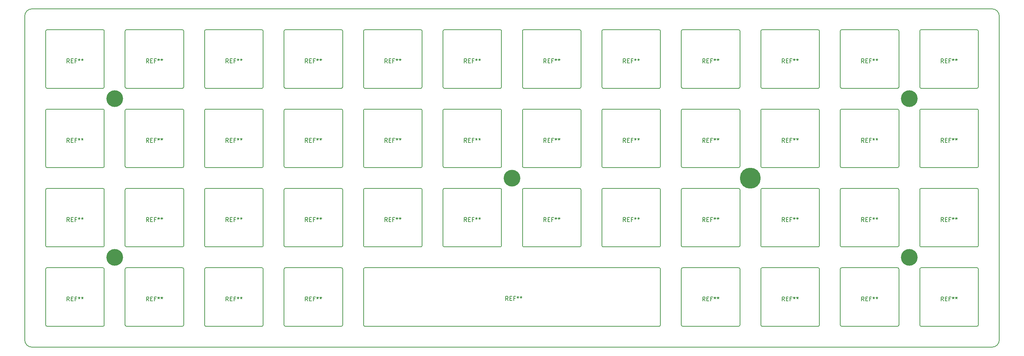
<source format=gbl>
G04 #@! TF.GenerationSoftware,KiCad,Pcbnew,5.0.1*
G04 #@! TF.CreationDate,2019-02-20T22:16:41-03:00*
G04 #@! TF.ProjectId,universal,756E6976657273616C2E6B696361645F,V3.0.7*
G04 #@! TF.SameCoordinates,Original*
G04 #@! TF.FileFunction,Copper,L2,Bot,Signal*
G04 #@! TF.FilePolarity,Positive*
%FSLAX46Y46*%
G04 Gerber Fmt 4.6, Leading zero omitted, Abs format (unit mm)*
G04 Created by KiCad (PCBNEW 5.0.1) date Wed 20 Feb 2019 10:16:41 PM -03*
%MOMM*%
%LPD*%
G01*
G04 APERTURE LIST*
G04 #@! TA.AperFunction,NonConductor*
%ADD10C,0.150000*%
G04 #@! TD*
%ADD11C,0.150000*%
G04 #@! TA.AperFunction,EtchedComponent*
%ADD12C,0.150000*%
G04 #@! TD*
G04 #@! TA.AperFunction,ViaPad*
%ADD13C,4.000000*%
G04 #@! TD*
G04 #@! TA.AperFunction,ViaPad*
%ADD14C,5.000000*%
G04 #@! TD*
G04 APERTURE END LIST*
D10*
X31939170Y-64000682D02*
G75*
G02X33720426Y-62219426I1781256J0D01*
G01*
X31939170Y-64000682D02*
X31939170Y-141485318D01*
X33720426Y-143266574D02*
G75*
G02X31939170Y-141485318I0J1781256D01*
G01*
X264986830Y-141485318D02*
X264986830Y-64000682D01*
X264986830Y-141485318D02*
G75*
G02X263205574Y-143266574I-1781256J0D01*
G01*
X263205574Y-62219426D02*
G75*
G02X264986830Y-64000682I0J-1781256D01*
G01*
X33720426Y-143266574D02*
X263205574Y-143266574D01*
X33720426Y-62219426D02*
X263205574Y-62219426D01*
G04 #@! TO.C,REF\002A\002A*
D11*
X232629666Y-132195380D02*
X232296333Y-131719190D01*
X232058238Y-132195380D02*
X232058238Y-131195380D01*
X232439190Y-131195380D01*
X232534428Y-131243000D01*
X232582047Y-131290619D01*
X232629666Y-131385857D01*
X232629666Y-131528714D01*
X232582047Y-131623952D01*
X232534428Y-131671571D01*
X232439190Y-131719190D01*
X232058238Y-131719190D01*
X233058238Y-131671571D02*
X233391571Y-131671571D01*
X233534428Y-132195380D02*
X233058238Y-132195380D01*
X233058238Y-131195380D01*
X233534428Y-131195380D01*
X234296333Y-131671571D02*
X233963000Y-131671571D01*
X233963000Y-132195380D02*
X233963000Y-131195380D01*
X234439190Y-131195380D01*
X234963000Y-131195380D02*
X234963000Y-131433476D01*
X234724904Y-131338238D02*
X234963000Y-131433476D01*
X235201095Y-131338238D01*
X234820142Y-131623952D02*
X234963000Y-131433476D01*
X235105857Y-131623952D01*
X235724904Y-131195380D02*
X235724904Y-131433476D01*
X235486809Y-131338238D02*
X235724904Y-131433476D01*
X235963000Y-131338238D01*
X235582047Y-131623952D02*
X235724904Y-131433476D01*
X235867761Y-131623952D01*
X232629666Y-113195380D02*
X232296333Y-112719190D01*
X232058238Y-113195380D02*
X232058238Y-112195380D01*
X232439190Y-112195380D01*
X232534428Y-112243000D01*
X232582047Y-112290619D01*
X232629666Y-112385857D01*
X232629666Y-112528714D01*
X232582047Y-112623952D01*
X232534428Y-112671571D01*
X232439190Y-112719190D01*
X232058238Y-112719190D01*
X233058238Y-112671571D02*
X233391571Y-112671571D01*
X233534428Y-113195380D02*
X233058238Y-113195380D01*
X233058238Y-112195380D01*
X233534428Y-112195380D01*
X234296333Y-112671571D02*
X233963000Y-112671571D01*
X233963000Y-113195380D02*
X233963000Y-112195380D01*
X234439190Y-112195380D01*
X234963000Y-112195380D02*
X234963000Y-112433476D01*
X234724904Y-112338238D02*
X234963000Y-112433476D01*
X235201095Y-112338238D01*
X234820142Y-112623952D02*
X234963000Y-112433476D01*
X235105857Y-112623952D01*
X235724904Y-112195380D02*
X235724904Y-112433476D01*
X235486809Y-112338238D02*
X235724904Y-112433476D01*
X235963000Y-112338238D01*
X235582047Y-112623952D02*
X235724904Y-112433476D01*
X235867761Y-112623952D01*
X232629666Y-75195380D02*
X232296333Y-74719190D01*
X232058238Y-75195380D02*
X232058238Y-74195380D01*
X232439190Y-74195380D01*
X232534428Y-74243000D01*
X232582047Y-74290619D01*
X232629666Y-74385857D01*
X232629666Y-74528714D01*
X232582047Y-74623952D01*
X232534428Y-74671571D01*
X232439190Y-74719190D01*
X232058238Y-74719190D01*
X233058238Y-74671571D02*
X233391571Y-74671571D01*
X233534428Y-75195380D02*
X233058238Y-75195380D01*
X233058238Y-74195380D01*
X233534428Y-74195380D01*
X234296333Y-74671571D02*
X233963000Y-74671571D01*
X233963000Y-75195380D02*
X233963000Y-74195380D01*
X234439190Y-74195380D01*
X234963000Y-74195380D02*
X234963000Y-74433476D01*
X234724904Y-74338238D02*
X234963000Y-74433476D01*
X235201095Y-74338238D01*
X234820142Y-74623952D02*
X234963000Y-74433476D01*
X235105857Y-74623952D01*
X235724904Y-74195380D02*
X235724904Y-74433476D01*
X235486809Y-74338238D02*
X235724904Y-74433476D01*
X235963000Y-74338238D01*
X235582047Y-74623952D02*
X235724904Y-74433476D01*
X235867761Y-74623952D01*
X80629666Y-132195380D02*
X80296333Y-131719190D01*
X80058238Y-132195380D02*
X80058238Y-131195380D01*
X80439190Y-131195380D01*
X80534428Y-131243000D01*
X80582047Y-131290619D01*
X80629666Y-131385857D01*
X80629666Y-131528714D01*
X80582047Y-131623952D01*
X80534428Y-131671571D01*
X80439190Y-131719190D01*
X80058238Y-131719190D01*
X81058238Y-131671571D02*
X81391571Y-131671571D01*
X81534428Y-132195380D02*
X81058238Y-132195380D01*
X81058238Y-131195380D01*
X81534428Y-131195380D01*
X82296333Y-131671571D02*
X81963000Y-131671571D01*
X81963000Y-132195380D02*
X81963000Y-131195380D01*
X82439190Y-131195380D01*
X82963000Y-131195380D02*
X82963000Y-131433476D01*
X82724904Y-131338238D02*
X82963000Y-131433476D01*
X83201095Y-131338238D01*
X82820142Y-131623952D02*
X82963000Y-131433476D01*
X83105857Y-131623952D01*
X83724904Y-131195380D02*
X83724904Y-131433476D01*
X83486809Y-131338238D02*
X83724904Y-131433476D01*
X83963000Y-131338238D01*
X83582047Y-131623952D02*
X83724904Y-131433476D01*
X83867761Y-131623952D01*
X251629666Y-132195380D02*
X251296333Y-131719190D01*
X251058238Y-132195380D02*
X251058238Y-131195380D01*
X251439190Y-131195380D01*
X251534428Y-131243000D01*
X251582047Y-131290619D01*
X251629666Y-131385857D01*
X251629666Y-131528714D01*
X251582047Y-131623952D01*
X251534428Y-131671571D01*
X251439190Y-131719190D01*
X251058238Y-131719190D01*
X252058238Y-131671571D02*
X252391571Y-131671571D01*
X252534428Y-132195380D02*
X252058238Y-132195380D01*
X252058238Y-131195380D01*
X252534428Y-131195380D01*
X253296333Y-131671571D02*
X252963000Y-131671571D01*
X252963000Y-132195380D02*
X252963000Y-131195380D01*
X253439190Y-131195380D01*
X253963000Y-131195380D02*
X253963000Y-131433476D01*
X253724904Y-131338238D02*
X253963000Y-131433476D01*
X254201095Y-131338238D01*
X253820142Y-131623952D02*
X253963000Y-131433476D01*
X254105857Y-131623952D01*
X254724904Y-131195380D02*
X254724904Y-131433476D01*
X254486809Y-131338238D02*
X254724904Y-131433476D01*
X254963000Y-131338238D01*
X254582047Y-131623952D02*
X254724904Y-131433476D01*
X254867761Y-131623952D01*
X194629666Y-132195380D02*
X194296333Y-131719190D01*
X194058238Y-132195380D02*
X194058238Y-131195380D01*
X194439190Y-131195380D01*
X194534428Y-131243000D01*
X194582047Y-131290619D01*
X194629666Y-131385857D01*
X194629666Y-131528714D01*
X194582047Y-131623952D01*
X194534428Y-131671571D01*
X194439190Y-131719190D01*
X194058238Y-131719190D01*
X195058238Y-131671571D02*
X195391571Y-131671571D01*
X195534428Y-132195380D02*
X195058238Y-132195380D01*
X195058238Y-131195380D01*
X195534428Y-131195380D01*
X196296333Y-131671571D02*
X195963000Y-131671571D01*
X195963000Y-132195380D02*
X195963000Y-131195380D01*
X196439190Y-131195380D01*
X196963000Y-131195380D02*
X196963000Y-131433476D01*
X196724904Y-131338238D02*
X196963000Y-131433476D01*
X197201095Y-131338238D01*
X196820142Y-131623952D02*
X196963000Y-131433476D01*
X197105857Y-131623952D01*
X197724904Y-131195380D02*
X197724904Y-131433476D01*
X197486809Y-131338238D02*
X197724904Y-131433476D01*
X197963000Y-131338238D01*
X197582047Y-131623952D02*
X197724904Y-131433476D01*
X197867761Y-131623952D01*
X99629666Y-132195380D02*
X99296333Y-131719190D01*
X99058238Y-132195380D02*
X99058238Y-131195380D01*
X99439190Y-131195380D01*
X99534428Y-131243000D01*
X99582047Y-131290619D01*
X99629666Y-131385857D01*
X99629666Y-131528714D01*
X99582047Y-131623952D01*
X99534428Y-131671571D01*
X99439190Y-131719190D01*
X99058238Y-131719190D01*
X100058238Y-131671571D02*
X100391571Y-131671571D01*
X100534428Y-132195380D02*
X100058238Y-132195380D01*
X100058238Y-131195380D01*
X100534428Y-131195380D01*
X101296333Y-131671571D02*
X100963000Y-131671571D01*
X100963000Y-132195380D02*
X100963000Y-131195380D01*
X101439190Y-131195380D01*
X101963000Y-131195380D02*
X101963000Y-131433476D01*
X101724904Y-131338238D02*
X101963000Y-131433476D01*
X102201095Y-131338238D01*
X101820142Y-131623952D02*
X101963000Y-131433476D01*
X102105857Y-131623952D01*
X102724904Y-131195380D02*
X102724904Y-131433476D01*
X102486809Y-131338238D02*
X102724904Y-131433476D01*
X102963000Y-131338238D01*
X102582047Y-131623952D02*
X102724904Y-131433476D01*
X102867761Y-131623952D01*
X213629666Y-132195380D02*
X213296333Y-131719190D01*
X213058238Y-132195380D02*
X213058238Y-131195380D01*
X213439190Y-131195380D01*
X213534428Y-131243000D01*
X213582047Y-131290619D01*
X213629666Y-131385857D01*
X213629666Y-131528714D01*
X213582047Y-131623952D01*
X213534428Y-131671571D01*
X213439190Y-131719190D01*
X213058238Y-131719190D01*
X214058238Y-131671571D02*
X214391571Y-131671571D01*
X214534428Y-132195380D02*
X214058238Y-132195380D01*
X214058238Y-131195380D01*
X214534428Y-131195380D01*
X215296333Y-131671571D02*
X214963000Y-131671571D01*
X214963000Y-132195380D02*
X214963000Y-131195380D01*
X215439190Y-131195380D01*
X215963000Y-131195380D02*
X215963000Y-131433476D01*
X215724904Y-131338238D02*
X215963000Y-131433476D01*
X216201095Y-131338238D01*
X215820142Y-131623952D02*
X215963000Y-131433476D01*
X216105857Y-131623952D01*
X216724904Y-131195380D02*
X216724904Y-131433476D01*
X216486809Y-131338238D02*
X216724904Y-131433476D01*
X216963000Y-131338238D01*
X216582047Y-131623952D02*
X216724904Y-131433476D01*
X216867761Y-131623952D01*
X61629666Y-132195380D02*
X61296333Y-131719190D01*
X61058238Y-132195380D02*
X61058238Y-131195380D01*
X61439190Y-131195380D01*
X61534428Y-131243000D01*
X61582047Y-131290619D01*
X61629666Y-131385857D01*
X61629666Y-131528714D01*
X61582047Y-131623952D01*
X61534428Y-131671571D01*
X61439190Y-131719190D01*
X61058238Y-131719190D01*
X62058238Y-131671571D02*
X62391571Y-131671571D01*
X62534428Y-132195380D02*
X62058238Y-132195380D01*
X62058238Y-131195380D01*
X62534428Y-131195380D01*
X63296333Y-131671571D02*
X62963000Y-131671571D01*
X62963000Y-132195380D02*
X62963000Y-131195380D01*
X63439190Y-131195380D01*
X63963000Y-131195380D02*
X63963000Y-131433476D01*
X63724904Y-131338238D02*
X63963000Y-131433476D01*
X64201095Y-131338238D01*
X63820142Y-131623952D02*
X63963000Y-131433476D01*
X64105857Y-131623952D01*
X64724904Y-131195380D02*
X64724904Y-131433476D01*
X64486809Y-131338238D02*
X64724904Y-131433476D01*
X64963000Y-131338238D01*
X64582047Y-131623952D02*
X64724904Y-131433476D01*
X64867761Y-131623952D01*
X42629666Y-132195380D02*
X42296333Y-131719190D01*
X42058238Y-132195380D02*
X42058238Y-131195380D01*
X42439190Y-131195380D01*
X42534428Y-131243000D01*
X42582047Y-131290619D01*
X42629666Y-131385857D01*
X42629666Y-131528714D01*
X42582047Y-131623952D01*
X42534428Y-131671571D01*
X42439190Y-131719190D01*
X42058238Y-131719190D01*
X43058238Y-131671571D02*
X43391571Y-131671571D01*
X43534428Y-132195380D02*
X43058238Y-132195380D01*
X43058238Y-131195380D01*
X43534428Y-131195380D01*
X44296333Y-131671571D02*
X43963000Y-131671571D01*
X43963000Y-132195380D02*
X43963000Y-131195380D01*
X44439190Y-131195380D01*
X44963000Y-131195380D02*
X44963000Y-131433476D01*
X44724904Y-131338238D02*
X44963000Y-131433476D01*
X45201095Y-131338238D01*
X44820142Y-131623952D02*
X44963000Y-131433476D01*
X45105857Y-131623952D01*
X45724904Y-131195380D02*
X45724904Y-131433476D01*
X45486809Y-131338238D02*
X45724904Y-131433476D01*
X45963000Y-131338238D01*
X45582047Y-131623952D02*
X45724904Y-131433476D01*
X45867761Y-131623952D01*
X194629666Y-113195380D02*
X194296333Y-112719190D01*
X194058238Y-113195380D02*
X194058238Y-112195380D01*
X194439190Y-112195380D01*
X194534428Y-112243000D01*
X194582047Y-112290619D01*
X194629666Y-112385857D01*
X194629666Y-112528714D01*
X194582047Y-112623952D01*
X194534428Y-112671571D01*
X194439190Y-112719190D01*
X194058238Y-112719190D01*
X195058238Y-112671571D02*
X195391571Y-112671571D01*
X195534428Y-113195380D02*
X195058238Y-113195380D01*
X195058238Y-112195380D01*
X195534428Y-112195380D01*
X196296333Y-112671571D02*
X195963000Y-112671571D01*
X195963000Y-113195380D02*
X195963000Y-112195380D01*
X196439190Y-112195380D01*
X196963000Y-112195380D02*
X196963000Y-112433476D01*
X196724904Y-112338238D02*
X196963000Y-112433476D01*
X197201095Y-112338238D01*
X196820142Y-112623952D02*
X196963000Y-112433476D01*
X197105857Y-112623952D01*
X197724904Y-112195380D02*
X197724904Y-112433476D01*
X197486809Y-112338238D02*
X197724904Y-112433476D01*
X197963000Y-112338238D01*
X197582047Y-112623952D02*
X197724904Y-112433476D01*
X197867761Y-112623952D01*
X251629666Y-113195380D02*
X251296333Y-112719190D01*
X251058238Y-113195380D02*
X251058238Y-112195380D01*
X251439190Y-112195380D01*
X251534428Y-112243000D01*
X251582047Y-112290619D01*
X251629666Y-112385857D01*
X251629666Y-112528714D01*
X251582047Y-112623952D01*
X251534428Y-112671571D01*
X251439190Y-112719190D01*
X251058238Y-112719190D01*
X252058238Y-112671571D02*
X252391571Y-112671571D01*
X252534428Y-113195380D02*
X252058238Y-113195380D01*
X252058238Y-112195380D01*
X252534428Y-112195380D01*
X253296333Y-112671571D02*
X252963000Y-112671571D01*
X252963000Y-113195380D02*
X252963000Y-112195380D01*
X253439190Y-112195380D01*
X253963000Y-112195380D02*
X253963000Y-112433476D01*
X253724904Y-112338238D02*
X253963000Y-112433476D01*
X254201095Y-112338238D01*
X253820142Y-112623952D02*
X253963000Y-112433476D01*
X254105857Y-112623952D01*
X254724904Y-112195380D02*
X254724904Y-112433476D01*
X254486809Y-112338238D02*
X254724904Y-112433476D01*
X254963000Y-112338238D01*
X254582047Y-112623952D02*
X254724904Y-112433476D01*
X254867761Y-112623952D01*
X80629666Y-113195380D02*
X80296333Y-112719190D01*
X80058238Y-113195380D02*
X80058238Y-112195380D01*
X80439190Y-112195380D01*
X80534428Y-112243000D01*
X80582047Y-112290619D01*
X80629666Y-112385857D01*
X80629666Y-112528714D01*
X80582047Y-112623952D01*
X80534428Y-112671571D01*
X80439190Y-112719190D01*
X80058238Y-112719190D01*
X81058238Y-112671571D02*
X81391571Y-112671571D01*
X81534428Y-113195380D02*
X81058238Y-113195380D01*
X81058238Y-112195380D01*
X81534428Y-112195380D01*
X82296333Y-112671571D02*
X81963000Y-112671571D01*
X81963000Y-113195380D02*
X81963000Y-112195380D01*
X82439190Y-112195380D01*
X82963000Y-112195380D02*
X82963000Y-112433476D01*
X82724904Y-112338238D02*
X82963000Y-112433476D01*
X83201095Y-112338238D01*
X82820142Y-112623952D02*
X82963000Y-112433476D01*
X83105857Y-112623952D01*
X83724904Y-112195380D02*
X83724904Y-112433476D01*
X83486809Y-112338238D02*
X83724904Y-112433476D01*
X83963000Y-112338238D01*
X83582047Y-112623952D02*
X83724904Y-112433476D01*
X83867761Y-112623952D01*
X175629666Y-113195380D02*
X175296333Y-112719190D01*
X175058238Y-113195380D02*
X175058238Y-112195380D01*
X175439190Y-112195380D01*
X175534428Y-112243000D01*
X175582047Y-112290619D01*
X175629666Y-112385857D01*
X175629666Y-112528714D01*
X175582047Y-112623952D01*
X175534428Y-112671571D01*
X175439190Y-112719190D01*
X175058238Y-112719190D01*
X176058238Y-112671571D02*
X176391571Y-112671571D01*
X176534428Y-113195380D02*
X176058238Y-113195380D01*
X176058238Y-112195380D01*
X176534428Y-112195380D01*
X177296333Y-112671571D02*
X176963000Y-112671571D01*
X176963000Y-113195380D02*
X176963000Y-112195380D01*
X177439190Y-112195380D01*
X177963000Y-112195380D02*
X177963000Y-112433476D01*
X177724904Y-112338238D02*
X177963000Y-112433476D01*
X178201095Y-112338238D01*
X177820142Y-112623952D02*
X177963000Y-112433476D01*
X178105857Y-112623952D01*
X178724904Y-112195380D02*
X178724904Y-112433476D01*
X178486809Y-112338238D02*
X178724904Y-112433476D01*
X178963000Y-112338238D01*
X178582047Y-112623952D02*
X178724904Y-112433476D01*
X178867761Y-112623952D01*
X61629666Y-113195380D02*
X61296333Y-112719190D01*
X61058238Y-113195380D02*
X61058238Y-112195380D01*
X61439190Y-112195380D01*
X61534428Y-112243000D01*
X61582047Y-112290619D01*
X61629666Y-112385857D01*
X61629666Y-112528714D01*
X61582047Y-112623952D01*
X61534428Y-112671571D01*
X61439190Y-112719190D01*
X61058238Y-112719190D01*
X62058238Y-112671571D02*
X62391571Y-112671571D01*
X62534428Y-113195380D02*
X62058238Y-113195380D01*
X62058238Y-112195380D01*
X62534428Y-112195380D01*
X63296333Y-112671571D02*
X62963000Y-112671571D01*
X62963000Y-113195380D02*
X62963000Y-112195380D01*
X63439190Y-112195380D01*
X63963000Y-112195380D02*
X63963000Y-112433476D01*
X63724904Y-112338238D02*
X63963000Y-112433476D01*
X64201095Y-112338238D01*
X63820142Y-112623952D02*
X63963000Y-112433476D01*
X64105857Y-112623952D01*
X64724904Y-112195380D02*
X64724904Y-112433476D01*
X64486809Y-112338238D02*
X64724904Y-112433476D01*
X64963000Y-112338238D01*
X64582047Y-112623952D02*
X64724904Y-112433476D01*
X64867761Y-112623952D01*
X42629666Y-113195380D02*
X42296333Y-112719190D01*
X42058238Y-113195380D02*
X42058238Y-112195380D01*
X42439190Y-112195380D01*
X42534428Y-112243000D01*
X42582047Y-112290619D01*
X42629666Y-112385857D01*
X42629666Y-112528714D01*
X42582047Y-112623952D01*
X42534428Y-112671571D01*
X42439190Y-112719190D01*
X42058238Y-112719190D01*
X43058238Y-112671571D02*
X43391571Y-112671571D01*
X43534428Y-113195380D02*
X43058238Y-113195380D01*
X43058238Y-112195380D01*
X43534428Y-112195380D01*
X44296333Y-112671571D02*
X43963000Y-112671571D01*
X43963000Y-113195380D02*
X43963000Y-112195380D01*
X44439190Y-112195380D01*
X44963000Y-112195380D02*
X44963000Y-112433476D01*
X44724904Y-112338238D02*
X44963000Y-112433476D01*
X45201095Y-112338238D01*
X44820142Y-112623952D02*
X44963000Y-112433476D01*
X45105857Y-112623952D01*
X45724904Y-112195380D02*
X45724904Y-112433476D01*
X45486809Y-112338238D02*
X45724904Y-112433476D01*
X45963000Y-112338238D01*
X45582047Y-112623952D02*
X45724904Y-112433476D01*
X45867761Y-112623952D01*
X137629666Y-113195380D02*
X137296333Y-112719190D01*
X137058238Y-113195380D02*
X137058238Y-112195380D01*
X137439190Y-112195380D01*
X137534428Y-112243000D01*
X137582047Y-112290619D01*
X137629666Y-112385857D01*
X137629666Y-112528714D01*
X137582047Y-112623952D01*
X137534428Y-112671571D01*
X137439190Y-112719190D01*
X137058238Y-112719190D01*
X138058238Y-112671571D02*
X138391571Y-112671571D01*
X138534428Y-113195380D02*
X138058238Y-113195380D01*
X138058238Y-112195380D01*
X138534428Y-112195380D01*
X139296333Y-112671571D02*
X138963000Y-112671571D01*
X138963000Y-113195380D02*
X138963000Y-112195380D01*
X139439190Y-112195380D01*
X139963000Y-112195380D02*
X139963000Y-112433476D01*
X139724904Y-112338238D02*
X139963000Y-112433476D01*
X140201095Y-112338238D01*
X139820142Y-112623952D02*
X139963000Y-112433476D01*
X140105857Y-112623952D01*
X140724904Y-112195380D02*
X140724904Y-112433476D01*
X140486809Y-112338238D02*
X140724904Y-112433476D01*
X140963000Y-112338238D01*
X140582047Y-112623952D02*
X140724904Y-112433476D01*
X140867761Y-112623952D01*
X156629666Y-113195380D02*
X156296333Y-112719190D01*
X156058238Y-113195380D02*
X156058238Y-112195380D01*
X156439190Y-112195380D01*
X156534428Y-112243000D01*
X156582047Y-112290619D01*
X156629666Y-112385857D01*
X156629666Y-112528714D01*
X156582047Y-112623952D01*
X156534428Y-112671571D01*
X156439190Y-112719190D01*
X156058238Y-112719190D01*
X157058238Y-112671571D02*
X157391571Y-112671571D01*
X157534428Y-113195380D02*
X157058238Y-113195380D01*
X157058238Y-112195380D01*
X157534428Y-112195380D01*
X158296333Y-112671571D02*
X157963000Y-112671571D01*
X157963000Y-113195380D02*
X157963000Y-112195380D01*
X158439190Y-112195380D01*
X158963000Y-112195380D02*
X158963000Y-112433476D01*
X158724904Y-112338238D02*
X158963000Y-112433476D01*
X159201095Y-112338238D01*
X158820142Y-112623952D02*
X158963000Y-112433476D01*
X159105857Y-112623952D01*
X159724904Y-112195380D02*
X159724904Y-112433476D01*
X159486809Y-112338238D02*
X159724904Y-112433476D01*
X159963000Y-112338238D01*
X159582047Y-112623952D02*
X159724904Y-112433476D01*
X159867761Y-112623952D01*
X99629666Y-113195380D02*
X99296333Y-112719190D01*
X99058238Y-113195380D02*
X99058238Y-112195380D01*
X99439190Y-112195380D01*
X99534428Y-112243000D01*
X99582047Y-112290619D01*
X99629666Y-112385857D01*
X99629666Y-112528714D01*
X99582047Y-112623952D01*
X99534428Y-112671571D01*
X99439190Y-112719190D01*
X99058238Y-112719190D01*
X100058238Y-112671571D02*
X100391571Y-112671571D01*
X100534428Y-113195380D02*
X100058238Y-113195380D01*
X100058238Y-112195380D01*
X100534428Y-112195380D01*
X101296333Y-112671571D02*
X100963000Y-112671571D01*
X100963000Y-113195380D02*
X100963000Y-112195380D01*
X101439190Y-112195380D01*
X101963000Y-112195380D02*
X101963000Y-112433476D01*
X101724904Y-112338238D02*
X101963000Y-112433476D01*
X102201095Y-112338238D01*
X101820142Y-112623952D02*
X101963000Y-112433476D01*
X102105857Y-112623952D01*
X102724904Y-112195380D02*
X102724904Y-112433476D01*
X102486809Y-112338238D02*
X102724904Y-112433476D01*
X102963000Y-112338238D01*
X102582047Y-112623952D02*
X102724904Y-112433476D01*
X102867761Y-112623952D01*
X213629666Y-113195380D02*
X213296333Y-112719190D01*
X213058238Y-113195380D02*
X213058238Y-112195380D01*
X213439190Y-112195380D01*
X213534428Y-112243000D01*
X213582047Y-112290619D01*
X213629666Y-112385857D01*
X213629666Y-112528714D01*
X213582047Y-112623952D01*
X213534428Y-112671571D01*
X213439190Y-112719190D01*
X213058238Y-112719190D01*
X214058238Y-112671571D02*
X214391571Y-112671571D01*
X214534428Y-113195380D02*
X214058238Y-113195380D01*
X214058238Y-112195380D01*
X214534428Y-112195380D01*
X215296333Y-112671571D02*
X214963000Y-112671571D01*
X214963000Y-113195380D02*
X214963000Y-112195380D01*
X215439190Y-112195380D01*
X215963000Y-112195380D02*
X215963000Y-112433476D01*
X215724904Y-112338238D02*
X215963000Y-112433476D01*
X216201095Y-112338238D01*
X215820142Y-112623952D02*
X215963000Y-112433476D01*
X216105857Y-112623952D01*
X216724904Y-112195380D02*
X216724904Y-112433476D01*
X216486809Y-112338238D02*
X216724904Y-112433476D01*
X216963000Y-112338238D01*
X216582047Y-112623952D02*
X216724904Y-112433476D01*
X216867761Y-112623952D01*
X118629666Y-113195380D02*
X118296333Y-112719190D01*
X118058238Y-113195380D02*
X118058238Y-112195380D01*
X118439190Y-112195380D01*
X118534428Y-112243000D01*
X118582047Y-112290619D01*
X118629666Y-112385857D01*
X118629666Y-112528714D01*
X118582047Y-112623952D01*
X118534428Y-112671571D01*
X118439190Y-112719190D01*
X118058238Y-112719190D01*
X119058238Y-112671571D02*
X119391571Y-112671571D01*
X119534428Y-113195380D02*
X119058238Y-113195380D01*
X119058238Y-112195380D01*
X119534428Y-112195380D01*
X120296333Y-112671571D02*
X119963000Y-112671571D01*
X119963000Y-113195380D02*
X119963000Y-112195380D01*
X120439190Y-112195380D01*
X120963000Y-112195380D02*
X120963000Y-112433476D01*
X120724904Y-112338238D02*
X120963000Y-112433476D01*
X121201095Y-112338238D01*
X120820142Y-112623952D02*
X120963000Y-112433476D01*
X121105857Y-112623952D01*
X121724904Y-112195380D02*
X121724904Y-112433476D01*
X121486809Y-112338238D02*
X121724904Y-112433476D01*
X121963000Y-112338238D01*
X121582047Y-112623952D02*
X121724904Y-112433476D01*
X121867761Y-112623952D01*
X118629666Y-75195380D02*
X118296333Y-74719190D01*
X118058238Y-75195380D02*
X118058238Y-74195380D01*
X118439190Y-74195380D01*
X118534428Y-74243000D01*
X118582047Y-74290619D01*
X118629666Y-74385857D01*
X118629666Y-74528714D01*
X118582047Y-74623952D01*
X118534428Y-74671571D01*
X118439190Y-74719190D01*
X118058238Y-74719190D01*
X119058238Y-74671571D02*
X119391571Y-74671571D01*
X119534428Y-75195380D02*
X119058238Y-75195380D01*
X119058238Y-74195380D01*
X119534428Y-74195380D01*
X120296333Y-74671571D02*
X119963000Y-74671571D01*
X119963000Y-75195380D02*
X119963000Y-74195380D01*
X120439190Y-74195380D01*
X120963000Y-74195380D02*
X120963000Y-74433476D01*
X120724904Y-74338238D02*
X120963000Y-74433476D01*
X121201095Y-74338238D01*
X120820142Y-74623952D02*
X120963000Y-74433476D01*
X121105857Y-74623952D01*
X121724904Y-74195380D02*
X121724904Y-74433476D01*
X121486809Y-74338238D02*
X121724904Y-74433476D01*
X121963000Y-74338238D01*
X121582047Y-74623952D02*
X121724904Y-74433476D01*
X121867761Y-74623952D01*
X156629666Y-75195380D02*
X156296333Y-74719190D01*
X156058238Y-75195380D02*
X156058238Y-74195380D01*
X156439190Y-74195380D01*
X156534428Y-74243000D01*
X156582047Y-74290619D01*
X156629666Y-74385857D01*
X156629666Y-74528714D01*
X156582047Y-74623952D01*
X156534428Y-74671571D01*
X156439190Y-74719190D01*
X156058238Y-74719190D01*
X157058238Y-74671571D02*
X157391571Y-74671571D01*
X157534428Y-75195380D02*
X157058238Y-75195380D01*
X157058238Y-74195380D01*
X157534428Y-74195380D01*
X158296333Y-74671571D02*
X157963000Y-74671571D01*
X157963000Y-75195380D02*
X157963000Y-74195380D01*
X158439190Y-74195380D01*
X158963000Y-74195380D02*
X158963000Y-74433476D01*
X158724904Y-74338238D02*
X158963000Y-74433476D01*
X159201095Y-74338238D01*
X158820142Y-74623952D02*
X158963000Y-74433476D01*
X159105857Y-74623952D01*
X159724904Y-74195380D02*
X159724904Y-74433476D01*
X159486809Y-74338238D02*
X159724904Y-74433476D01*
X159963000Y-74338238D01*
X159582047Y-74623952D02*
X159724904Y-74433476D01*
X159867761Y-74623952D01*
X137629666Y-75195380D02*
X137296333Y-74719190D01*
X137058238Y-75195380D02*
X137058238Y-74195380D01*
X137439190Y-74195380D01*
X137534428Y-74243000D01*
X137582047Y-74290619D01*
X137629666Y-74385857D01*
X137629666Y-74528714D01*
X137582047Y-74623952D01*
X137534428Y-74671571D01*
X137439190Y-74719190D01*
X137058238Y-74719190D01*
X138058238Y-74671571D02*
X138391571Y-74671571D01*
X138534428Y-75195380D02*
X138058238Y-75195380D01*
X138058238Y-74195380D01*
X138534428Y-74195380D01*
X139296333Y-74671571D02*
X138963000Y-74671571D01*
X138963000Y-75195380D02*
X138963000Y-74195380D01*
X139439190Y-74195380D01*
X139963000Y-74195380D02*
X139963000Y-74433476D01*
X139724904Y-74338238D02*
X139963000Y-74433476D01*
X140201095Y-74338238D01*
X139820142Y-74623952D02*
X139963000Y-74433476D01*
X140105857Y-74623952D01*
X140724904Y-74195380D02*
X140724904Y-74433476D01*
X140486809Y-74338238D02*
X140724904Y-74433476D01*
X140963000Y-74338238D01*
X140582047Y-74623952D02*
X140724904Y-74433476D01*
X140867761Y-74623952D01*
X99629666Y-75195380D02*
X99296333Y-74719190D01*
X99058238Y-75195380D02*
X99058238Y-74195380D01*
X99439190Y-74195380D01*
X99534428Y-74243000D01*
X99582047Y-74290619D01*
X99629666Y-74385857D01*
X99629666Y-74528714D01*
X99582047Y-74623952D01*
X99534428Y-74671571D01*
X99439190Y-74719190D01*
X99058238Y-74719190D01*
X100058238Y-74671571D02*
X100391571Y-74671571D01*
X100534428Y-75195380D02*
X100058238Y-75195380D01*
X100058238Y-74195380D01*
X100534428Y-74195380D01*
X101296333Y-74671571D02*
X100963000Y-74671571D01*
X100963000Y-75195380D02*
X100963000Y-74195380D01*
X101439190Y-74195380D01*
X101963000Y-74195380D02*
X101963000Y-74433476D01*
X101724904Y-74338238D02*
X101963000Y-74433476D01*
X102201095Y-74338238D01*
X101820142Y-74623952D02*
X101963000Y-74433476D01*
X102105857Y-74623952D01*
X102724904Y-74195380D02*
X102724904Y-74433476D01*
X102486809Y-74338238D02*
X102724904Y-74433476D01*
X102963000Y-74338238D01*
X102582047Y-74623952D02*
X102724904Y-74433476D01*
X102867761Y-74623952D01*
X194629666Y-75195380D02*
X194296333Y-74719190D01*
X194058238Y-75195380D02*
X194058238Y-74195380D01*
X194439190Y-74195380D01*
X194534428Y-74243000D01*
X194582047Y-74290619D01*
X194629666Y-74385857D01*
X194629666Y-74528714D01*
X194582047Y-74623952D01*
X194534428Y-74671571D01*
X194439190Y-74719190D01*
X194058238Y-74719190D01*
X195058238Y-74671571D02*
X195391571Y-74671571D01*
X195534428Y-75195380D02*
X195058238Y-75195380D01*
X195058238Y-74195380D01*
X195534428Y-74195380D01*
X196296333Y-74671571D02*
X195963000Y-74671571D01*
X195963000Y-75195380D02*
X195963000Y-74195380D01*
X196439190Y-74195380D01*
X196963000Y-74195380D02*
X196963000Y-74433476D01*
X196724904Y-74338238D02*
X196963000Y-74433476D01*
X197201095Y-74338238D01*
X196820142Y-74623952D02*
X196963000Y-74433476D01*
X197105857Y-74623952D01*
X197724904Y-74195380D02*
X197724904Y-74433476D01*
X197486809Y-74338238D02*
X197724904Y-74433476D01*
X197963000Y-74338238D01*
X197582047Y-74623952D02*
X197724904Y-74433476D01*
X197867761Y-74623952D01*
X175629666Y-75195380D02*
X175296333Y-74719190D01*
X175058238Y-75195380D02*
X175058238Y-74195380D01*
X175439190Y-74195380D01*
X175534428Y-74243000D01*
X175582047Y-74290619D01*
X175629666Y-74385857D01*
X175629666Y-74528714D01*
X175582047Y-74623952D01*
X175534428Y-74671571D01*
X175439190Y-74719190D01*
X175058238Y-74719190D01*
X176058238Y-74671571D02*
X176391571Y-74671571D01*
X176534428Y-75195380D02*
X176058238Y-75195380D01*
X176058238Y-74195380D01*
X176534428Y-74195380D01*
X177296333Y-74671571D02*
X176963000Y-74671571D01*
X176963000Y-75195380D02*
X176963000Y-74195380D01*
X177439190Y-74195380D01*
X177963000Y-74195380D02*
X177963000Y-74433476D01*
X177724904Y-74338238D02*
X177963000Y-74433476D01*
X178201095Y-74338238D01*
X177820142Y-74623952D02*
X177963000Y-74433476D01*
X178105857Y-74623952D01*
X178724904Y-74195380D02*
X178724904Y-74433476D01*
X178486809Y-74338238D02*
X178724904Y-74433476D01*
X178963000Y-74338238D01*
X178582047Y-74623952D02*
X178724904Y-74433476D01*
X178867761Y-74623952D01*
X251629666Y-75195380D02*
X251296333Y-74719190D01*
X251058238Y-75195380D02*
X251058238Y-74195380D01*
X251439190Y-74195380D01*
X251534428Y-74243000D01*
X251582047Y-74290619D01*
X251629666Y-74385857D01*
X251629666Y-74528714D01*
X251582047Y-74623952D01*
X251534428Y-74671571D01*
X251439190Y-74719190D01*
X251058238Y-74719190D01*
X252058238Y-74671571D02*
X252391571Y-74671571D01*
X252534428Y-75195380D02*
X252058238Y-75195380D01*
X252058238Y-74195380D01*
X252534428Y-74195380D01*
X253296333Y-74671571D02*
X252963000Y-74671571D01*
X252963000Y-75195380D02*
X252963000Y-74195380D01*
X253439190Y-74195380D01*
X253963000Y-74195380D02*
X253963000Y-74433476D01*
X253724904Y-74338238D02*
X253963000Y-74433476D01*
X254201095Y-74338238D01*
X253820142Y-74623952D02*
X253963000Y-74433476D01*
X254105857Y-74623952D01*
X254724904Y-74195380D02*
X254724904Y-74433476D01*
X254486809Y-74338238D02*
X254724904Y-74433476D01*
X254963000Y-74338238D01*
X254582047Y-74623952D02*
X254724904Y-74433476D01*
X254867761Y-74623952D01*
X80629666Y-75195380D02*
X80296333Y-74719190D01*
X80058238Y-75195380D02*
X80058238Y-74195380D01*
X80439190Y-74195380D01*
X80534428Y-74243000D01*
X80582047Y-74290619D01*
X80629666Y-74385857D01*
X80629666Y-74528714D01*
X80582047Y-74623952D01*
X80534428Y-74671571D01*
X80439190Y-74719190D01*
X80058238Y-74719190D01*
X81058238Y-74671571D02*
X81391571Y-74671571D01*
X81534428Y-75195380D02*
X81058238Y-75195380D01*
X81058238Y-74195380D01*
X81534428Y-74195380D01*
X82296333Y-74671571D02*
X81963000Y-74671571D01*
X81963000Y-75195380D02*
X81963000Y-74195380D01*
X82439190Y-74195380D01*
X82963000Y-74195380D02*
X82963000Y-74433476D01*
X82724904Y-74338238D02*
X82963000Y-74433476D01*
X83201095Y-74338238D01*
X82820142Y-74623952D02*
X82963000Y-74433476D01*
X83105857Y-74623952D01*
X83724904Y-74195380D02*
X83724904Y-74433476D01*
X83486809Y-74338238D02*
X83724904Y-74433476D01*
X83963000Y-74338238D01*
X83582047Y-74623952D02*
X83724904Y-74433476D01*
X83867761Y-74623952D01*
X61629666Y-75195380D02*
X61296333Y-74719190D01*
X61058238Y-75195380D02*
X61058238Y-74195380D01*
X61439190Y-74195380D01*
X61534428Y-74243000D01*
X61582047Y-74290619D01*
X61629666Y-74385857D01*
X61629666Y-74528714D01*
X61582047Y-74623952D01*
X61534428Y-74671571D01*
X61439190Y-74719190D01*
X61058238Y-74719190D01*
X62058238Y-74671571D02*
X62391571Y-74671571D01*
X62534428Y-75195380D02*
X62058238Y-75195380D01*
X62058238Y-74195380D01*
X62534428Y-74195380D01*
X63296333Y-74671571D02*
X62963000Y-74671571D01*
X62963000Y-75195380D02*
X62963000Y-74195380D01*
X63439190Y-74195380D01*
X63963000Y-74195380D02*
X63963000Y-74433476D01*
X63724904Y-74338238D02*
X63963000Y-74433476D01*
X64201095Y-74338238D01*
X63820142Y-74623952D02*
X63963000Y-74433476D01*
X64105857Y-74623952D01*
X64724904Y-74195380D02*
X64724904Y-74433476D01*
X64486809Y-74338238D02*
X64724904Y-74433476D01*
X64963000Y-74338238D01*
X64582047Y-74623952D02*
X64724904Y-74433476D01*
X64867761Y-74623952D01*
X213629666Y-75195380D02*
X213296333Y-74719190D01*
X213058238Y-75195380D02*
X213058238Y-74195380D01*
X213439190Y-74195380D01*
X213534428Y-74243000D01*
X213582047Y-74290619D01*
X213629666Y-74385857D01*
X213629666Y-74528714D01*
X213582047Y-74623952D01*
X213534428Y-74671571D01*
X213439190Y-74719190D01*
X213058238Y-74719190D01*
X214058238Y-74671571D02*
X214391571Y-74671571D01*
X214534428Y-75195380D02*
X214058238Y-75195380D01*
X214058238Y-74195380D01*
X214534428Y-74195380D01*
X215296333Y-74671571D02*
X214963000Y-74671571D01*
X214963000Y-75195380D02*
X214963000Y-74195380D01*
X215439190Y-74195380D01*
X215963000Y-74195380D02*
X215963000Y-74433476D01*
X215724904Y-74338238D02*
X215963000Y-74433476D01*
X216201095Y-74338238D01*
X215820142Y-74623952D02*
X215963000Y-74433476D01*
X216105857Y-74623952D01*
X216724904Y-74195380D02*
X216724904Y-74433476D01*
X216486809Y-74338238D02*
X216724904Y-74433476D01*
X216963000Y-74338238D01*
X216582047Y-74623952D02*
X216724904Y-74433476D01*
X216867761Y-74623952D01*
X42629666Y-75195380D02*
X42296333Y-74719190D01*
X42058238Y-75195380D02*
X42058238Y-74195380D01*
X42439190Y-74195380D01*
X42534428Y-74243000D01*
X42582047Y-74290619D01*
X42629666Y-74385857D01*
X42629666Y-74528714D01*
X42582047Y-74623952D01*
X42534428Y-74671571D01*
X42439190Y-74719190D01*
X42058238Y-74719190D01*
X43058238Y-74671571D02*
X43391571Y-74671571D01*
X43534428Y-75195380D02*
X43058238Y-75195380D01*
X43058238Y-74195380D01*
X43534428Y-74195380D01*
X44296333Y-74671571D02*
X43963000Y-74671571D01*
X43963000Y-75195380D02*
X43963000Y-74195380D01*
X44439190Y-74195380D01*
X44963000Y-74195380D02*
X44963000Y-74433476D01*
X44724904Y-74338238D02*
X44963000Y-74433476D01*
X45201095Y-74338238D01*
X44820142Y-74623952D02*
X44963000Y-74433476D01*
X45105857Y-74623952D01*
X45724904Y-74195380D02*
X45724904Y-74433476D01*
X45486809Y-74338238D02*
X45724904Y-74433476D01*
X45963000Y-74338238D01*
X45582047Y-74623952D02*
X45724904Y-74433476D01*
X45867761Y-74623952D01*
X251629666Y-94195380D02*
X251296333Y-93719190D01*
X251058238Y-94195380D02*
X251058238Y-93195380D01*
X251439190Y-93195380D01*
X251534428Y-93243000D01*
X251582047Y-93290619D01*
X251629666Y-93385857D01*
X251629666Y-93528714D01*
X251582047Y-93623952D01*
X251534428Y-93671571D01*
X251439190Y-93719190D01*
X251058238Y-93719190D01*
X252058238Y-93671571D02*
X252391571Y-93671571D01*
X252534428Y-94195380D02*
X252058238Y-94195380D01*
X252058238Y-93195380D01*
X252534428Y-93195380D01*
X253296333Y-93671571D02*
X252963000Y-93671571D01*
X252963000Y-94195380D02*
X252963000Y-93195380D01*
X253439190Y-93195380D01*
X253963000Y-93195380D02*
X253963000Y-93433476D01*
X253724904Y-93338238D02*
X253963000Y-93433476D01*
X254201095Y-93338238D01*
X253820142Y-93623952D02*
X253963000Y-93433476D01*
X254105857Y-93623952D01*
X254724904Y-93195380D02*
X254724904Y-93433476D01*
X254486809Y-93338238D02*
X254724904Y-93433476D01*
X254963000Y-93338238D01*
X254582047Y-93623952D02*
X254724904Y-93433476D01*
X254867761Y-93623952D01*
X232629666Y-94195380D02*
X232296333Y-93719190D01*
X232058238Y-94195380D02*
X232058238Y-93195380D01*
X232439190Y-93195380D01*
X232534428Y-93243000D01*
X232582047Y-93290619D01*
X232629666Y-93385857D01*
X232629666Y-93528714D01*
X232582047Y-93623952D01*
X232534428Y-93671571D01*
X232439190Y-93719190D01*
X232058238Y-93719190D01*
X233058238Y-93671571D02*
X233391571Y-93671571D01*
X233534428Y-94195380D02*
X233058238Y-94195380D01*
X233058238Y-93195380D01*
X233534428Y-93195380D01*
X234296333Y-93671571D02*
X233963000Y-93671571D01*
X233963000Y-94195380D02*
X233963000Y-93195380D01*
X234439190Y-93195380D01*
X234963000Y-93195380D02*
X234963000Y-93433476D01*
X234724904Y-93338238D02*
X234963000Y-93433476D01*
X235201095Y-93338238D01*
X234820142Y-93623952D02*
X234963000Y-93433476D01*
X235105857Y-93623952D01*
X235724904Y-93195380D02*
X235724904Y-93433476D01*
X235486809Y-93338238D02*
X235724904Y-93433476D01*
X235963000Y-93338238D01*
X235582047Y-93623952D02*
X235724904Y-93433476D01*
X235867761Y-93623952D01*
X213629666Y-94195380D02*
X213296333Y-93719190D01*
X213058238Y-94195380D02*
X213058238Y-93195380D01*
X213439190Y-93195380D01*
X213534428Y-93243000D01*
X213582047Y-93290619D01*
X213629666Y-93385857D01*
X213629666Y-93528714D01*
X213582047Y-93623952D01*
X213534428Y-93671571D01*
X213439190Y-93719190D01*
X213058238Y-93719190D01*
X214058238Y-93671571D02*
X214391571Y-93671571D01*
X214534428Y-94195380D02*
X214058238Y-94195380D01*
X214058238Y-93195380D01*
X214534428Y-93195380D01*
X215296333Y-93671571D02*
X214963000Y-93671571D01*
X214963000Y-94195380D02*
X214963000Y-93195380D01*
X215439190Y-93195380D01*
X215963000Y-93195380D02*
X215963000Y-93433476D01*
X215724904Y-93338238D02*
X215963000Y-93433476D01*
X216201095Y-93338238D01*
X215820142Y-93623952D02*
X215963000Y-93433476D01*
X216105857Y-93623952D01*
X216724904Y-93195380D02*
X216724904Y-93433476D01*
X216486809Y-93338238D02*
X216724904Y-93433476D01*
X216963000Y-93338238D01*
X216582047Y-93623952D02*
X216724904Y-93433476D01*
X216867761Y-93623952D01*
X194629666Y-94195380D02*
X194296333Y-93719190D01*
X194058238Y-94195380D02*
X194058238Y-93195380D01*
X194439190Y-93195380D01*
X194534428Y-93243000D01*
X194582047Y-93290619D01*
X194629666Y-93385857D01*
X194629666Y-93528714D01*
X194582047Y-93623952D01*
X194534428Y-93671571D01*
X194439190Y-93719190D01*
X194058238Y-93719190D01*
X195058238Y-93671571D02*
X195391571Y-93671571D01*
X195534428Y-94195380D02*
X195058238Y-94195380D01*
X195058238Y-93195380D01*
X195534428Y-93195380D01*
X196296333Y-93671571D02*
X195963000Y-93671571D01*
X195963000Y-94195380D02*
X195963000Y-93195380D01*
X196439190Y-93195380D01*
X196963000Y-93195380D02*
X196963000Y-93433476D01*
X196724904Y-93338238D02*
X196963000Y-93433476D01*
X197201095Y-93338238D01*
X196820142Y-93623952D02*
X196963000Y-93433476D01*
X197105857Y-93623952D01*
X197724904Y-93195380D02*
X197724904Y-93433476D01*
X197486809Y-93338238D02*
X197724904Y-93433476D01*
X197963000Y-93338238D01*
X197582047Y-93623952D02*
X197724904Y-93433476D01*
X197867761Y-93623952D01*
X175629666Y-94195380D02*
X175296333Y-93719190D01*
X175058238Y-94195380D02*
X175058238Y-93195380D01*
X175439190Y-93195380D01*
X175534428Y-93243000D01*
X175582047Y-93290619D01*
X175629666Y-93385857D01*
X175629666Y-93528714D01*
X175582047Y-93623952D01*
X175534428Y-93671571D01*
X175439190Y-93719190D01*
X175058238Y-93719190D01*
X176058238Y-93671571D02*
X176391571Y-93671571D01*
X176534428Y-94195380D02*
X176058238Y-94195380D01*
X176058238Y-93195380D01*
X176534428Y-93195380D01*
X177296333Y-93671571D02*
X176963000Y-93671571D01*
X176963000Y-94195380D02*
X176963000Y-93195380D01*
X177439190Y-93195380D01*
X177963000Y-93195380D02*
X177963000Y-93433476D01*
X177724904Y-93338238D02*
X177963000Y-93433476D01*
X178201095Y-93338238D01*
X177820142Y-93623952D02*
X177963000Y-93433476D01*
X178105857Y-93623952D01*
X178724904Y-93195380D02*
X178724904Y-93433476D01*
X178486809Y-93338238D02*
X178724904Y-93433476D01*
X178963000Y-93338238D01*
X178582047Y-93623952D02*
X178724904Y-93433476D01*
X178867761Y-93623952D01*
X42629666Y-94195380D02*
X42296333Y-93719190D01*
X42058238Y-94195380D02*
X42058238Y-93195380D01*
X42439190Y-93195380D01*
X42534428Y-93243000D01*
X42582047Y-93290619D01*
X42629666Y-93385857D01*
X42629666Y-93528714D01*
X42582047Y-93623952D01*
X42534428Y-93671571D01*
X42439190Y-93719190D01*
X42058238Y-93719190D01*
X43058238Y-93671571D02*
X43391571Y-93671571D01*
X43534428Y-94195380D02*
X43058238Y-94195380D01*
X43058238Y-93195380D01*
X43534428Y-93195380D01*
X44296333Y-93671571D02*
X43963000Y-93671571D01*
X43963000Y-94195380D02*
X43963000Y-93195380D01*
X44439190Y-93195380D01*
X44963000Y-93195380D02*
X44963000Y-93433476D01*
X44724904Y-93338238D02*
X44963000Y-93433476D01*
X45201095Y-93338238D01*
X44820142Y-93623952D02*
X44963000Y-93433476D01*
X45105857Y-93623952D01*
X45724904Y-93195380D02*
X45724904Y-93433476D01*
X45486809Y-93338238D02*
X45724904Y-93433476D01*
X45963000Y-93338238D01*
X45582047Y-93623952D02*
X45724904Y-93433476D01*
X45867761Y-93623952D01*
X61629666Y-94195380D02*
X61296333Y-93719190D01*
X61058238Y-94195380D02*
X61058238Y-93195380D01*
X61439190Y-93195380D01*
X61534428Y-93243000D01*
X61582047Y-93290619D01*
X61629666Y-93385857D01*
X61629666Y-93528714D01*
X61582047Y-93623952D01*
X61534428Y-93671571D01*
X61439190Y-93719190D01*
X61058238Y-93719190D01*
X62058238Y-93671571D02*
X62391571Y-93671571D01*
X62534428Y-94195380D02*
X62058238Y-94195380D01*
X62058238Y-93195380D01*
X62534428Y-93195380D01*
X63296333Y-93671571D02*
X62963000Y-93671571D01*
X62963000Y-94195380D02*
X62963000Y-93195380D01*
X63439190Y-93195380D01*
X63963000Y-93195380D02*
X63963000Y-93433476D01*
X63724904Y-93338238D02*
X63963000Y-93433476D01*
X64201095Y-93338238D01*
X63820142Y-93623952D02*
X63963000Y-93433476D01*
X64105857Y-93623952D01*
X64724904Y-93195380D02*
X64724904Y-93433476D01*
X64486809Y-93338238D02*
X64724904Y-93433476D01*
X64963000Y-93338238D01*
X64582047Y-93623952D02*
X64724904Y-93433476D01*
X64867761Y-93623952D01*
X80629666Y-94195380D02*
X80296333Y-93719190D01*
X80058238Y-94195380D02*
X80058238Y-93195380D01*
X80439190Y-93195380D01*
X80534428Y-93243000D01*
X80582047Y-93290619D01*
X80629666Y-93385857D01*
X80629666Y-93528714D01*
X80582047Y-93623952D01*
X80534428Y-93671571D01*
X80439190Y-93719190D01*
X80058238Y-93719190D01*
X81058238Y-93671571D02*
X81391571Y-93671571D01*
X81534428Y-94195380D02*
X81058238Y-94195380D01*
X81058238Y-93195380D01*
X81534428Y-93195380D01*
X82296333Y-93671571D02*
X81963000Y-93671571D01*
X81963000Y-94195380D02*
X81963000Y-93195380D01*
X82439190Y-93195380D01*
X82963000Y-93195380D02*
X82963000Y-93433476D01*
X82724904Y-93338238D02*
X82963000Y-93433476D01*
X83201095Y-93338238D01*
X82820142Y-93623952D02*
X82963000Y-93433476D01*
X83105857Y-93623952D01*
X83724904Y-93195380D02*
X83724904Y-93433476D01*
X83486809Y-93338238D02*
X83724904Y-93433476D01*
X83963000Y-93338238D01*
X83582047Y-93623952D02*
X83724904Y-93433476D01*
X83867761Y-93623952D01*
X99629666Y-94195380D02*
X99296333Y-93719190D01*
X99058238Y-94195380D02*
X99058238Y-93195380D01*
X99439190Y-93195380D01*
X99534428Y-93243000D01*
X99582047Y-93290619D01*
X99629666Y-93385857D01*
X99629666Y-93528714D01*
X99582047Y-93623952D01*
X99534428Y-93671571D01*
X99439190Y-93719190D01*
X99058238Y-93719190D01*
X100058238Y-93671571D02*
X100391571Y-93671571D01*
X100534428Y-94195380D02*
X100058238Y-94195380D01*
X100058238Y-93195380D01*
X100534428Y-93195380D01*
X101296333Y-93671571D02*
X100963000Y-93671571D01*
X100963000Y-94195380D02*
X100963000Y-93195380D01*
X101439190Y-93195380D01*
X101963000Y-93195380D02*
X101963000Y-93433476D01*
X101724904Y-93338238D02*
X101963000Y-93433476D01*
X102201095Y-93338238D01*
X101820142Y-93623952D02*
X101963000Y-93433476D01*
X102105857Y-93623952D01*
X102724904Y-93195380D02*
X102724904Y-93433476D01*
X102486809Y-93338238D02*
X102724904Y-93433476D01*
X102963000Y-93338238D01*
X102582047Y-93623952D02*
X102724904Y-93433476D01*
X102867761Y-93623952D01*
X118629666Y-94195380D02*
X118296333Y-93719190D01*
X118058238Y-94195380D02*
X118058238Y-93195380D01*
X118439190Y-93195380D01*
X118534428Y-93243000D01*
X118582047Y-93290619D01*
X118629666Y-93385857D01*
X118629666Y-93528714D01*
X118582047Y-93623952D01*
X118534428Y-93671571D01*
X118439190Y-93719190D01*
X118058238Y-93719190D01*
X119058238Y-93671571D02*
X119391571Y-93671571D01*
X119534428Y-94195380D02*
X119058238Y-94195380D01*
X119058238Y-93195380D01*
X119534428Y-93195380D01*
X120296333Y-93671571D02*
X119963000Y-93671571D01*
X119963000Y-94195380D02*
X119963000Y-93195380D01*
X120439190Y-93195380D01*
X120963000Y-93195380D02*
X120963000Y-93433476D01*
X120724904Y-93338238D02*
X120963000Y-93433476D01*
X121201095Y-93338238D01*
X120820142Y-93623952D02*
X120963000Y-93433476D01*
X121105857Y-93623952D01*
X121724904Y-93195380D02*
X121724904Y-93433476D01*
X121486809Y-93338238D02*
X121724904Y-93433476D01*
X121963000Y-93338238D01*
X121582047Y-93623952D02*
X121724904Y-93433476D01*
X121867761Y-93623952D01*
X137629666Y-94195380D02*
X137296333Y-93719190D01*
X137058238Y-94195380D02*
X137058238Y-93195380D01*
X137439190Y-93195380D01*
X137534428Y-93243000D01*
X137582047Y-93290619D01*
X137629666Y-93385857D01*
X137629666Y-93528714D01*
X137582047Y-93623952D01*
X137534428Y-93671571D01*
X137439190Y-93719190D01*
X137058238Y-93719190D01*
X138058238Y-93671571D02*
X138391571Y-93671571D01*
X138534428Y-94195380D02*
X138058238Y-94195380D01*
X138058238Y-93195380D01*
X138534428Y-93195380D01*
X139296333Y-93671571D02*
X138963000Y-93671571D01*
X138963000Y-94195380D02*
X138963000Y-93195380D01*
X139439190Y-93195380D01*
X139963000Y-93195380D02*
X139963000Y-93433476D01*
X139724904Y-93338238D02*
X139963000Y-93433476D01*
X140201095Y-93338238D01*
X139820142Y-93623952D02*
X139963000Y-93433476D01*
X140105857Y-93623952D01*
X140724904Y-93195380D02*
X140724904Y-93433476D01*
X140486809Y-93338238D02*
X140724904Y-93433476D01*
X140963000Y-93338238D01*
X140582047Y-93623952D02*
X140724904Y-93433476D01*
X140867761Y-93623952D01*
X156629666Y-94195380D02*
X156296333Y-93719190D01*
X156058238Y-94195380D02*
X156058238Y-93195380D01*
X156439190Y-93195380D01*
X156534428Y-93243000D01*
X156582047Y-93290619D01*
X156629666Y-93385857D01*
X156629666Y-93528714D01*
X156582047Y-93623952D01*
X156534428Y-93671571D01*
X156439190Y-93719190D01*
X156058238Y-93719190D01*
X157058238Y-93671571D02*
X157391571Y-93671571D01*
X157534428Y-94195380D02*
X157058238Y-94195380D01*
X157058238Y-93195380D01*
X157534428Y-93195380D01*
X158296333Y-93671571D02*
X157963000Y-93671571D01*
X157963000Y-94195380D02*
X157963000Y-93195380D01*
X158439190Y-93195380D01*
X158963000Y-93195380D02*
X158963000Y-93433476D01*
X158724904Y-93338238D02*
X158963000Y-93433476D01*
X159201095Y-93338238D01*
X158820142Y-93623952D02*
X158963000Y-93433476D01*
X159105857Y-93623952D01*
X159724904Y-93195380D02*
X159724904Y-93433476D01*
X159486809Y-93338238D02*
X159724904Y-93433476D01*
X159963000Y-93338238D01*
X159582047Y-93623952D02*
X159724904Y-93433476D01*
X159867761Y-93623952D01*
X147529666Y-132095380D02*
X147196333Y-131619190D01*
X146958238Y-132095380D02*
X146958238Y-131095380D01*
X147339190Y-131095380D01*
X147434428Y-131143000D01*
X147482047Y-131190619D01*
X147529666Y-131285857D01*
X147529666Y-131428714D01*
X147482047Y-131523952D01*
X147434428Y-131571571D01*
X147339190Y-131619190D01*
X146958238Y-131619190D01*
X147958238Y-131571571D02*
X148291571Y-131571571D01*
X148434428Y-132095380D02*
X147958238Y-132095380D01*
X147958238Y-131095380D01*
X148434428Y-131095380D01*
X149196333Y-131571571D02*
X148863000Y-131571571D01*
X148863000Y-132095380D02*
X148863000Y-131095380D01*
X149339190Y-131095380D01*
X149863000Y-131095380D02*
X149863000Y-131333476D01*
X149624904Y-131238238D02*
X149863000Y-131333476D01*
X150101095Y-131238238D01*
X149720142Y-131523952D02*
X149863000Y-131333476D01*
X150005857Y-131523952D01*
X150624904Y-131095380D02*
X150624904Y-131333476D01*
X150386809Y-131238238D02*
X150624904Y-131333476D01*
X150863000Y-131238238D01*
X150482047Y-131523952D02*
X150624904Y-131333476D01*
X150767761Y-131523952D01*
D12*
X240663000Y-124243000D02*
X227263000Y-124243000D01*
X226963000Y-124543000D02*
X226963000Y-137943000D01*
X227263000Y-138243000D02*
X240663000Y-138243000D01*
X240963000Y-137943000D02*
X240963000Y-124543000D01*
X226963000Y-124543000D02*
G75*
G02X227263000Y-124243000I300000J0D01*
G01*
X240663000Y-124243000D02*
G75*
G02X240963000Y-124543000I0J-300000D01*
G01*
X240963000Y-137943000D02*
G75*
G02X240663000Y-138243000I-300000J0D01*
G01*
X227263000Y-138243000D02*
G75*
G02X226963000Y-137943000I0J300000D01*
G01*
X227263000Y-119243000D02*
G75*
G02X226963000Y-118943000I0J300000D01*
G01*
X240963000Y-118943000D02*
G75*
G02X240663000Y-119243000I-300000J0D01*
G01*
X240663000Y-105243000D02*
G75*
G02X240963000Y-105543000I0J-300000D01*
G01*
X226963000Y-105543000D02*
G75*
G02X227263000Y-105243000I300000J0D01*
G01*
X240963000Y-118943000D02*
X240963000Y-105543000D01*
X227263000Y-119243000D02*
X240663000Y-119243000D01*
X226963000Y-105543000D02*
X226963000Y-118943000D01*
X240663000Y-105243000D02*
X227263000Y-105243000D01*
X240663000Y-67243000D02*
X227263000Y-67243000D01*
X226963000Y-67543000D02*
X226963000Y-80943000D01*
X227263000Y-81243000D02*
X240663000Y-81243000D01*
X240963000Y-80943000D02*
X240963000Y-67543000D01*
X226963000Y-67543000D02*
G75*
G02X227263000Y-67243000I300000J0D01*
G01*
X240663000Y-67243000D02*
G75*
G02X240963000Y-67543000I0J-300000D01*
G01*
X240963000Y-80943000D02*
G75*
G02X240663000Y-81243000I-300000J0D01*
G01*
X227263000Y-81243000D02*
G75*
G02X226963000Y-80943000I0J300000D01*
G01*
X88663000Y-124243000D02*
X75263000Y-124243000D01*
X74963000Y-124543000D02*
X74963000Y-137943000D01*
X75263000Y-138243000D02*
X88663000Y-138243000D01*
X88963000Y-137943000D02*
X88963000Y-124543000D01*
X74963000Y-124543000D02*
G75*
G02X75263000Y-124243000I300000J0D01*
G01*
X88663000Y-124243000D02*
G75*
G02X88963000Y-124543000I0J-300000D01*
G01*
X88963000Y-137943000D02*
G75*
G02X88663000Y-138243000I-300000J0D01*
G01*
X75263000Y-138243000D02*
G75*
G02X74963000Y-137943000I0J300000D01*
G01*
X246263000Y-138243000D02*
G75*
G02X245963000Y-137943000I0J300000D01*
G01*
X259963000Y-137943000D02*
G75*
G02X259663000Y-138243000I-300000J0D01*
G01*
X259663000Y-124243000D02*
G75*
G02X259963000Y-124543000I0J-300000D01*
G01*
X245963000Y-124543000D02*
G75*
G02X246263000Y-124243000I300000J0D01*
G01*
X259963000Y-137943000D02*
X259963000Y-124543000D01*
X246263000Y-138243000D02*
X259663000Y-138243000D01*
X245963000Y-124543000D02*
X245963000Y-137943000D01*
X259663000Y-124243000D02*
X246263000Y-124243000D01*
X202663000Y-124243000D02*
X189263000Y-124243000D01*
X188963000Y-124543000D02*
X188963000Y-137943000D01*
X189263000Y-138243000D02*
X202663000Y-138243000D01*
X202963000Y-137943000D02*
X202963000Y-124543000D01*
X188963000Y-124543000D02*
G75*
G02X189263000Y-124243000I300000J0D01*
G01*
X202663000Y-124243000D02*
G75*
G02X202963000Y-124543000I0J-300000D01*
G01*
X202963000Y-137943000D02*
G75*
G02X202663000Y-138243000I-300000J0D01*
G01*
X189263000Y-138243000D02*
G75*
G02X188963000Y-137943000I0J300000D01*
G01*
X94263000Y-138243000D02*
G75*
G02X93963000Y-137943000I0J300000D01*
G01*
X107963000Y-137943000D02*
G75*
G02X107663000Y-138243000I-300000J0D01*
G01*
X107663000Y-124243000D02*
G75*
G02X107963000Y-124543000I0J-300000D01*
G01*
X93963000Y-124543000D02*
G75*
G02X94263000Y-124243000I300000J0D01*
G01*
X107963000Y-137943000D02*
X107963000Y-124543000D01*
X94263000Y-138243000D02*
X107663000Y-138243000D01*
X93963000Y-124543000D02*
X93963000Y-137943000D01*
X107663000Y-124243000D02*
X94263000Y-124243000D01*
X208263000Y-138243000D02*
G75*
G02X207963000Y-137943000I0J300000D01*
G01*
X221963000Y-137943000D02*
G75*
G02X221663000Y-138243000I-300000J0D01*
G01*
X221663000Y-124243000D02*
G75*
G02X221963000Y-124543000I0J-300000D01*
G01*
X207963000Y-124543000D02*
G75*
G02X208263000Y-124243000I300000J0D01*
G01*
X221963000Y-137943000D02*
X221963000Y-124543000D01*
X208263000Y-138243000D02*
X221663000Y-138243000D01*
X207963000Y-124543000D02*
X207963000Y-137943000D01*
X221663000Y-124243000D02*
X208263000Y-124243000D01*
X56263000Y-138243000D02*
G75*
G02X55963000Y-137943000I0J300000D01*
G01*
X69963000Y-137943000D02*
G75*
G02X69663000Y-138243000I-300000J0D01*
G01*
X69663000Y-124243000D02*
G75*
G02X69963000Y-124543000I0J-300000D01*
G01*
X55963000Y-124543000D02*
G75*
G02X56263000Y-124243000I300000J0D01*
G01*
X69963000Y-137943000D02*
X69963000Y-124543000D01*
X56263000Y-138243000D02*
X69663000Y-138243000D01*
X55963000Y-124543000D02*
X55963000Y-137943000D01*
X69663000Y-124243000D02*
X56263000Y-124243000D01*
X50663000Y-124243000D02*
X37263000Y-124243000D01*
X36963000Y-124543000D02*
X36963000Y-137943000D01*
X37263000Y-138243000D02*
X50663000Y-138243000D01*
X50963000Y-137943000D02*
X50963000Y-124543000D01*
X36963000Y-124543000D02*
G75*
G02X37263000Y-124243000I300000J0D01*
G01*
X50663000Y-124243000D02*
G75*
G02X50963000Y-124543000I0J-300000D01*
G01*
X50963000Y-137943000D02*
G75*
G02X50663000Y-138243000I-300000J0D01*
G01*
X37263000Y-138243000D02*
G75*
G02X36963000Y-137943000I0J300000D01*
G01*
X189263000Y-119243000D02*
G75*
G02X188963000Y-118943000I0J300000D01*
G01*
X202963000Y-118943000D02*
G75*
G02X202663000Y-119243000I-300000J0D01*
G01*
X202663000Y-105243000D02*
G75*
G02X202963000Y-105543000I0J-300000D01*
G01*
X188963000Y-105543000D02*
G75*
G02X189263000Y-105243000I300000J0D01*
G01*
X202963000Y-118943000D02*
X202963000Y-105543000D01*
X189263000Y-119243000D02*
X202663000Y-119243000D01*
X188963000Y-105543000D02*
X188963000Y-118943000D01*
X202663000Y-105243000D02*
X189263000Y-105243000D01*
X259663000Y-105243000D02*
X246263000Y-105243000D01*
X245963000Y-105543000D02*
X245963000Y-118943000D01*
X246263000Y-119243000D02*
X259663000Y-119243000D01*
X259963000Y-118943000D02*
X259963000Y-105543000D01*
X245963000Y-105543000D02*
G75*
G02X246263000Y-105243000I300000J0D01*
G01*
X259663000Y-105243000D02*
G75*
G02X259963000Y-105543000I0J-300000D01*
G01*
X259963000Y-118943000D02*
G75*
G02X259663000Y-119243000I-300000J0D01*
G01*
X246263000Y-119243000D02*
G75*
G02X245963000Y-118943000I0J300000D01*
G01*
X75263000Y-119243000D02*
G75*
G02X74963000Y-118943000I0J300000D01*
G01*
X88963000Y-118943000D02*
G75*
G02X88663000Y-119243000I-300000J0D01*
G01*
X88663000Y-105243000D02*
G75*
G02X88963000Y-105543000I0J-300000D01*
G01*
X74963000Y-105543000D02*
G75*
G02X75263000Y-105243000I300000J0D01*
G01*
X88963000Y-118943000D02*
X88963000Y-105543000D01*
X75263000Y-119243000D02*
X88663000Y-119243000D01*
X74963000Y-105543000D02*
X74963000Y-118943000D01*
X88663000Y-105243000D02*
X75263000Y-105243000D01*
X183663000Y-105243000D02*
X170263000Y-105243000D01*
X169963000Y-105543000D02*
X169963000Y-118943000D01*
X170263000Y-119243000D02*
X183663000Y-119243000D01*
X183963000Y-118943000D02*
X183963000Y-105543000D01*
X169963000Y-105543000D02*
G75*
G02X170263000Y-105243000I300000J0D01*
G01*
X183663000Y-105243000D02*
G75*
G02X183963000Y-105543000I0J-300000D01*
G01*
X183963000Y-118943000D02*
G75*
G02X183663000Y-119243000I-300000J0D01*
G01*
X170263000Y-119243000D02*
G75*
G02X169963000Y-118943000I0J300000D01*
G01*
X69663000Y-105243000D02*
X56263000Y-105243000D01*
X55963000Y-105543000D02*
X55963000Y-118943000D01*
X56263000Y-119243000D02*
X69663000Y-119243000D01*
X69963000Y-118943000D02*
X69963000Y-105543000D01*
X55963000Y-105543000D02*
G75*
G02X56263000Y-105243000I300000J0D01*
G01*
X69663000Y-105243000D02*
G75*
G02X69963000Y-105543000I0J-300000D01*
G01*
X69963000Y-118943000D02*
G75*
G02X69663000Y-119243000I-300000J0D01*
G01*
X56263000Y-119243000D02*
G75*
G02X55963000Y-118943000I0J300000D01*
G01*
X37263000Y-119243000D02*
G75*
G02X36963000Y-118943000I0J300000D01*
G01*
X50963000Y-118943000D02*
G75*
G02X50663000Y-119243000I-300000J0D01*
G01*
X50663000Y-105243000D02*
G75*
G02X50963000Y-105543000I0J-300000D01*
G01*
X36963000Y-105543000D02*
G75*
G02X37263000Y-105243000I300000J0D01*
G01*
X50963000Y-118943000D02*
X50963000Y-105543000D01*
X37263000Y-119243000D02*
X50663000Y-119243000D01*
X36963000Y-105543000D02*
X36963000Y-118943000D01*
X50663000Y-105243000D02*
X37263000Y-105243000D01*
X145663000Y-105243000D02*
X132263000Y-105243000D01*
X131963000Y-105543000D02*
X131963000Y-118943000D01*
X132263000Y-119243000D02*
X145663000Y-119243000D01*
X145963000Y-118943000D02*
X145963000Y-105543000D01*
X131963000Y-105543000D02*
G75*
G02X132263000Y-105243000I300000J0D01*
G01*
X145663000Y-105243000D02*
G75*
G02X145963000Y-105543000I0J-300000D01*
G01*
X145963000Y-118943000D02*
G75*
G02X145663000Y-119243000I-300000J0D01*
G01*
X132263000Y-119243000D02*
G75*
G02X131963000Y-118943000I0J300000D01*
G01*
X151263000Y-119243000D02*
G75*
G02X150963000Y-118943000I0J300000D01*
G01*
X164963000Y-118943000D02*
G75*
G02X164663000Y-119243000I-300000J0D01*
G01*
X164663000Y-105243000D02*
G75*
G02X164963000Y-105543000I0J-300000D01*
G01*
X150963000Y-105543000D02*
G75*
G02X151263000Y-105243000I300000J0D01*
G01*
X164963000Y-118943000D02*
X164963000Y-105543000D01*
X151263000Y-119243000D02*
X164663000Y-119243000D01*
X150963000Y-105543000D02*
X150963000Y-118943000D01*
X164663000Y-105243000D02*
X151263000Y-105243000D01*
X107663000Y-105243000D02*
X94263000Y-105243000D01*
X93963000Y-105543000D02*
X93963000Y-118943000D01*
X94263000Y-119243000D02*
X107663000Y-119243000D01*
X107963000Y-118943000D02*
X107963000Y-105543000D01*
X93963000Y-105543000D02*
G75*
G02X94263000Y-105243000I300000J0D01*
G01*
X107663000Y-105243000D02*
G75*
G02X107963000Y-105543000I0J-300000D01*
G01*
X107963000Y-118943000D02*
G75*
G02X107663000Y-119243000I-300000J0D01*
G01*
X94263000Y-119243000D02*
G75*
G02X93963000Y-118943000I0J300000D01*
G01*
X221663000Y-105243000D02*
X208263000Y-105243000D01*
X207963000Y-105543000D02*
X207963000Y-118943000D01*
X208263000Y-119243000D02*
X221663000Y-119243000D01*
X221963000Y-118943000D02*
X221963000Y-105543000D01*
X207963000Y-105543000D02*
G75*
G02X208263000Y-105243000I300000J0D01*
G01*
X221663000Y-105243000D02*
G75*
G02X221963000Y-105543000I0J-300000D01*
G01*
X221963000Y-118943000D02*
G75*
G02X221663000Y-119243000I-300000J0D01*
G01*
X208263000Y-119243000D02*
G75*
G02X207963000Y-118943000I0J300000D01*
G01*
X113263000Y-119243000D02*
G75*
G02X112963000Y-118943000I0J300000D01*
G01*
X126963000Y-118943000D02*
G75*
G02X126663000Y-119243000I-300000J0D01*
G01*
X126663000Y-105243000D02*
G75*
G02X126963000Y-105543000I0J-300000D01*
G01*
X112963000Y-105543000D02*
G75*
G02X113263000Y-105243000I300000J0D01*
G01*
X126963000Y-118943000D02*
X126963000Y-105543000D01*
X113263000Y-119243000D02*
X126663000Y-119243000D01*
X112963000Y-105543000D02*
X112963000Y-118943000D01*
X126663000Y-105243000D02*
X113263000Y-105243000D01*
X126663000Y-67243000D02*
X113263000Y-67243000D01*
X112963000Y-67543000D02*
X112963000Y-80943000D01*
X113263000Y-81243000D02*
X126663000Y-81243000D01*
X126963000Y-80943000D02*
X126963000Y-67543000D01*
X112963000Y-67543000D02*
G75*
G02X113263000Y-67243000I300000J0D01*
G01*
X126663000Y-67243000D02*
G75*
G02X126963000Y-67543000I0J-300000D01*
G01*
X126963000Y-80943000D02*
G75*
G02X126663000Y-81243000I-300000J0D01*
G01*
X113263000Y-81243000D02*
G75*
G02X112963000Y-80943000I0J300000D01*
G01*
X164663000Y-67243000D02*
X151263000Y-67243000D01*
X150963000Y-67543000D02*
X150963000Y-80943000D01*
X151263000Y-81243000D02*
X164663000Y-81243000D01*
X164963000Y-80943000D02*
X164963000Y-67543000D01*
X150963000Y-67543000D02*
G75*
G02X151263000Y-67243000I300000J0D01*
G01*
X164663000Y-67243000D02*
G75*
G02X164963000Y-67543000I0J-300000D01*
G01*
X164963000Y-80943000D02*
G75*
G02X164663000Y-81243000I-300000J0D01*
G01*
X151263000Y-81243000D02*
G75*
G02X150963000Y-80943000I0J300000D01*
G01*
X132263000Y-81243000D02*
G75*
G02X131963000Y-80943000I0J300000D01*
G01*
X145963000Y-80943000D02*
G75*
G02X145663000Y-81243000I-300000J0D01*
G01*
X145663000Y-67243000D02*
G75*
G02X145963000Y-67543000I0J-300000D01*
G01*
X131963000Y-67543000D02*
G75*
G02X132263000Y-67243000I300000J0D01*
G01*
X145963000Y-80943000D02*
X145963000Y-67543000D01*
X132263000Y-81243000D02*
X145663000Y-81243000D01*
X131963000Y-67543000D02*
X131963000Y-80943000D01*
X145663000Y-67243000D02*
X132263000Y-67243000D01*
X94263000Y-81243000D02*
G75*
G02X93963000Y-80943000I0J300000D01*
G01*
X107963000Y-80943000D02*
G75*
G02X107663000Y-81243000I-300000J0D01*
G01*
X107663000Y-67243000D02*
G75*
G02X107963000Y-67543000I0J-300000D01*
G01*
X93963000Y-67543000D02*
G75*
G02X94263000Y-67243000I300000J0D01*
G01*
X107963000Y-80943000D02*
X107963000Y-67543000D01*
X94263000Y-81243000D02*
X107663000Y-81243000D01*
X93963000Y-67543000D02*
X93963000Y-80943000D01*
X107663000Y-67243000D02*
X94263000Y-67243000D01*
X202663000Y-67243000D02*
X189263000Y-67243000D01*
X188963000Y-67543000D02*
X188963000Y-80943000D01*
X189263000Y-81243000D02*
X202663000Y-81243000D01*
X202963000Y-80943000D02*
X202963000Y-67543000D01*
X188963000Y-67543000D02*
G75*
G02X189263000Y-67243000I300000J0D01*
G01*
X202663000Y-67243000D02*
G75*
G02X202963000Y-67543000I0J-300000D01*
G01*
X202963000Y-80943000D02*
G75*
G02X202663000Y-81243000I-300000J0D01*
G01*
X189263000Y-81243000D02*
G75*
G02X188963000Y-80943000I0J300000D01*
G01*
X170263000Y-81243000D02*
G75*
G02X169963000Y-80943000I0J300000D01*
G01*
X183963000Y-80943000D02*
G75*
G02X183663000Y-81243000I-300000J0D01*
G01*
X183663000Y-67243000D02*
G75*
G02X183963000Y-67543000I0J-300000D01*
G01*
X169963000Y-67543000D02*
G75*
G02X170263000Y-67243000I300000J0D01*
G01*
X183963000Y-80943000D02*
X183963000Y-67543000D01*
X170263000Y-81243000D02*
X183663000Y-81243000D01*
X169963000Y-67543000D02*
X169963000Y-80943000D01*
X183663000Y-67243000D02*
X170263000Y-67243000D01*
X246263000Y-81243000D02*
G75*
G02X245963000Y-80943000I0J300000D01*
G01*
X259963000Y-80943000D02*
G75*
G02X259663000Y-81243000I-300000J0D01*
G01*
X259663000Y-67243000D02*
G75*
G02X259963000Y-67543000I0J-300000D01*
G01*
X245963000Y-67543000D02*
G75*
G02X246263000Y-67243000I300000J0D01*
G01*
X259963000Y-80943000D02*
X259963000Y-67543000D01*
X246263000Y-81243000D02*
X259663000Y-81243000D01*
X245963000Y-67543000D02*
X245963000Y-80943000D01*
X259663000Y-67243000D02*
X246263000Y-67243000D01*
X88663000Y-67243000D02*
X75263000Y-67243000D01*
X74963000Y-67543000D02*
X74963000Y-80943000D01*
X75263000Y-81243000D02*
X88663000Y-81243000D01*
X88963000Y-80943000D02*
X88963000Y-67543000D01*
X74963000Y-67543000D02*
G75*
G02X75263000Y-67243000I300000J0D01*
G01*
X88663000Y-67243000D02*
G75*
G02X88963000Y-67543000I0J-300000D01*
G01*
X88963000Y-80943000D02*
G75*
G02X88663000Y-81243000I-300000J0D01*
G01*
X75263000Y-81243000D02*
G75*
G02X74963000Y-80943000I0J300000D01*
G01*
X56263000Y-81243000D02*
G75*
G02X55963000Y-80943000I0J300000D01*
G01*
X69963000Y-80943000D02*
G75*
G02X69663000Y-81243000I-300000J0D01*
G01*
X69663000Y-67243000D02*
G75*
G02X69963000Y-67543000I0J-300000D01*
G01*
X55963000Y-67543000D02*
G75*
G02X56263000Y-67243000I300000J0D01*
G01*
X69963000Y-80943000D02*
X69963000Y-67543000D01*
X56263000Y-81243000D02*
X69663000Y-81243000D01*
X55963000Y-67543000D02*
X55963000Y-80943000D01*
X69663000Y-67243000D02*
X56263000Y-67243000D01*
X208263000Y-81243000D02*
G75*
G02X207963000Y-80943000I0J300000D01*
G01*
X221963000Y-80943000D02*
G75*
G02X221663000Y-81243000I-300000J0D01*
G01*
X221663000Y-67243000D02*
G75*
G02X221963000Y-67543000I0J-300000D01*
G01*
X207963000Y-67543000D02*
G75*
G02X208263000Y-67243000I300000J0D01*
G01*
X221963000Y-80943000D02*
X221963000Y-67543000D01*
X208263000Y-81243000D02*
X221663000Y-81243000D01*
X207963000Y-67543000D02*
X207963000Y-80943000D01*
X221663000Y-67243000D02*
X208263000Y-67243000D01*
X50663000Y-67243000D02*
X37263000Y-67243000D01*
X36963000Y-67543000D02*
X36963000Y-80943000D01*
X37263000Y-81243000D02*
X50663000Y-81243000D01*
X50963000Y-80943000D02*
X50963000Y-67543000D01*
X36963000Y-67543000D02*
G75*
G02X37263000Y-67243000I300000J0D01*
G01*
X50663000Y-67243000D02*
G75*
G02X50963000Y-67543000I0J-300000D01*
G01*
X50963000Y-80943000D02*
G75*
G02X50663000Y-81243000I-300000J0D01*
G01*
X37263000Y-81243000D02*
G75*
G02X36963000Y-80943000I0J300000D01*
G01*
X259663000Y-86243000D02*
X246263000Y-86243000D01*
X245963000Y-86543000D02*
X245963000Y-99943000D01*
X246263000Y-100243000D02*
X259663000Y-100243000D01*
X259963000Y-99943000D02*
X259963000Y-86543000D01*
X245963000Y-86543000D02*
G75*
G02X246263000Y-86243000I300000J0D01*
G01*
X259663000Y-86243000D02*
G75*
G02X259963000Y-86543000I0J-300000D01*
G01*
X259963000Y-99943000D02*
G75*
G02X259663000Y-100243000I-300000J0D01*
G01*
X246263000Y-100243000D02*
G75*
G02X245963000Y-99943000I0J300000D01*
G01*
X227263000Y-100243000D02*
G75*
G02X226963000Y-99943000I0J300000D01*
G01*
X240963000Y-99943000D02*
G75*
G02X240663000Y-100243000I-300000J0D01*
G01*
X240663000Y-86243000D02*
G75*
G02X240963000Y-86543000I0J-300000D01*
G01*
X226963000Y-86543000D02*
G75*
G02X227263000Y-86243000I300000J0D01*
G01*
X240963000Y-99943000D02*
X240963000Y-86543000D01*
X227263000Y-100243000D02*
X240663000Y-100243000D01*
X226963000Y-86543000D02*
X226963000Y-99943000D01*
X240663000Y-86243000D02*
X227263000Y-86243000D01*
X221663000Y-86243000D02*
X208263000Y-86243000D01*
X207963000Y-86543000D02*
X207963000Y-99943000D01*
X208263000Y-100243000D02*
X221663000Y-100243000D01*
X221963000Y-99943000D02*
X221963000Y-86543000D01*
X207963000Y-86543000D02*
G75*
G02X208263000Y-86243000I300000J0D01*
G01*
X221663000Y-86243000D02*
G75*
G02X221963000Y-86543000I0J-300000D01*
G01*
X221963000Y-99943000D02*
G75*
G02X221663000Y-100243000I-300000J0D01*
G01*
X208263000Y-100243000D02*
G75*
G02X207963000Y-99943000I0J300000D01*
G01*
X189263000Y-100243000D02*
G75*
G02X188963000Y-99943000I0J300000D01*
G01*
X202963000Y-99943000D02*
G75*
G02X202663000Y-100243000I-300000J0D01*
G01*
X202663000Y-86243000D02*
G75*
G02X202963000Y-86543000I0J-300000D01*
G01*
X188963000Y-86543000D02*
G75*
G02X189263000Y-86243000I300000J0D01*
G01*
X202963000Y-99943000D02*
X202963000Y-86543000D01*
X189263000Y-100243000D02*
X202663000Y-100243000D01*
X188963000Y-86543000D02*
X188963000Y-99943000D01*
X202663000Y-86243000D02*
X189263000Y-86243000D01*
X183663000Y-86243000D02*
X170263000Y-86243000D01*
X169963000Y-86543000D02*
X169963000Y-99943000D01*
X170263000Y-100243000D02*
X183663000Y-100243000D01*
X183963000Y-99943000D02*
X183963000Y-86543000D01*
X169963000Y-86543000D02*
G75*
G02X170263000Y-86243000I300000J0D01*
G01*
X183663000Y-86243000D02*
G75*
G02X183963000Y-86543000I0J-300000D01*
G01*
X183963000Y-99943000D02*
G75*
G02X183663000Y-100243000I-300000J0D01*
G01*
X170263000Y-100243000D02*
G75*
G02X169963000Y-99943000I0J300000D01*
G01*
X37263000Y-100243000D02*
G75*
G02X36963000Y-99943000I0J300000D01*
G01*
X50963000Y-99943000D02*
G75*
G02X50663000Y-100243000I-300000J0D01*
G01*
X50663000Y-86243000D02*
G75*
G02X50963000Y-86543000I0J-300000D01*
G01*
X36963000Y-86543000D02*
G75*
G02X37263000Y-86243000I300000J0D01*
G01*
X50963000Y-99943000D02*
X50963000Y-86543000D01*
X37263000Y-100243000D02*
X50663000Y-100243000D01*
X36963000Y-86543000D02*
X36963000Y-99943000D01*
X50663000Y-86243000D02*
X37263000Y-86243000D01*
X69663000Y-86243000D02*
X56263000Y-86243000D01*
X55963000Y-86543000D02*
X55963000Y-99943000D01*
X56263000Y-100243000D02*
X69663000Y-100243000D01*
X69963000Y-99943000D02*
X69963000Y-86543000D01*
X55963000Y-86543000D02*
G75*
G02X56263000Y-86243000I300000J0D01*
G01*
X69663000Y-86243000D02*
G75*
G02X69963000Y-86543000I0J-300000D01*
G01*
X69963000Y-99943000D02*
G75*
G02X69663000Y-100243000I-300000J0D01*
G01*
X56263000Y-100243000D02*
G75*
G02X55963000Y-99943000I0J300000D01*
G01*
X75263000Y-100243000D02*
G75*
G02X74963000Y-99943000I0J300000D01*
G01*
X88963000Y-99943000D02*
G75*
G02X88663000Y-100243000I-300000J0D01*
G01*
X88663000Y-86243000D02*
G75*
G02X88963000Y-86543000I0J-300000D01*
G01*
X74963000Y-86543000D02*
G75*
G02X75263000Y-86243000I300000J0D01*
G01*
X88963000Y-99943000D02*
X88963000Y-86543000D01*
X75263000Y-100243000D02*
X88663000Y-100243000D01*
X74963000Y-86543000D02*
X74963000Y-99943000D01*
X88663000Y-86243000D02*
X75263000Y-86243000D01*
X107663000Y-86243000D02*
X94263000Y-86243000D01*
X93963000Y-86543000D02*
X93963000Y-99943000D01*
X94263000Y-100243000D02*
X107663000Y-100243000D01*
X107963000Y-99943000D02*
X107963000Y-86543000D01*
X93963000Y-86543000D02*
G75*
G02X94263000Y-86243000I300000J0D01*
G01*
X107663000Y-86243000D02*
G75*
G02X107963000Y-86543000I0J-300000D01*
G01*
X107963000Y-99943000D02*
G75*
G02X107663000Y-100243000I-300000J0D01*
G01*
X94263000Y-100243000D02*
G75*
G02X93963000Y-99943000I0J300000D01*
G01*
X113263000Y-100243000D02*
G75*
G02X112963000Y-99943000I0J300000D01*
G01*
X126963000Y-99943000D02*
G75*
G02X126663000Y-100243000I-300000J0D01*
G01*
X126663000Y-86243000D02*
G75*
G02X126963000Y-86543000I0J-300000D01*
G01*
X112963000Y-86543000D02*
G75*
G02X113263000Y-86243000I300000J0D01*
G01*
X126963000Y-99943000D02*
X126963000Y-86543000D01*
X113263000Y-100243000D02*
X126663000Y-100243000D01*
X112963000Y-86543000D02*
X112963000Y-99943000D01*
X126663000Y-86243000D02*
X113263000Y-86243000D01*
X145663000Y-86243000D02*
X132263000Y-86243000D01*
X131963000Y-86543000D02*
X131963000Y-99943000D01*
X132263000Y-100243000D02*
X145663000Y-100243000D01*
X145963000Y-99943000D02*
X145963000Y-86543000D01*
X131963000Y-86543000D02*
G75*
G02X132263000Y-86243000I300000J0D01*
G01*
X145663000Y-86243000D02*
G75*
G02X145963000Y-86543000I0J-300000D01*
G01*
X145963000Y-99943000D02*
G75*
G02X145663000Y-100243000I-300000J0D01*
G01*
X132263000Y-100243000D02*
G75*
G02X131963000Y-99943000I0J300000D01*
G01*
X151263000Y-100243000D02*
G75*
G02X150963000Y-99943000I0J300000D01*
G01*
X164963000Y-99943000D02*
G75*
G02X164663000Y-100243000I-300000J0D01*
G01*
X164663000Y-86243000D02*
G75*
G02X164963000Y-86543000I0J-300000D01*
G01*
X150963000Y-86543000D02*
G75*
G02X151263000Y-86243000I300000J0D01*
G01*
X164963000Y-99943000D02*
X164963000Y-86543000D01*
X151263000Y-100243000D02*
X164663000Y-100243000D01*
X150963000Y-86543000D02*
X150963000Y-99943000D01*
X164663000Y-86243000D02*
X151263000Y-86243000D01*
X183663000Y-138243000D02*
X113263000Y-138243000D01*
X183963000Y-137943000D02*
G75*
G02X183663000Y-138243000I-300000J0D01*
G01*
X183663000Y-124243000D02*
G75*
G02X183963000Y-124543000I0J-300000D01*
G01*
X183963000Y-137943000D02*
X183963000Y-124543000D01*
X183663000Y-124243000D02*
X113263000Y-124243000D01*
X113263000Y-138243000D02*
G75*
G02X112963000Y-137943000I0J300000D01*
G01*
X112963000Y-124543000D02*
X112963000Y-137943000D01*
X112963000Y-124543000D02*
G75*
G02X113263000Y-124243000I300000J0D01*
G01*
G04 #@! TD*
D13*
G04 #@! TO.N,*
X243464600Y-83742680D03*
D14*
X205463960Y-102743000D03*
D13*
X243464600Y-121743320D03*
X148463000Y-102743000D03*
X53461400Y-121743320D03*
X53461400Y-83742680D03*
G04 #@! TD*
M02*

</source>
